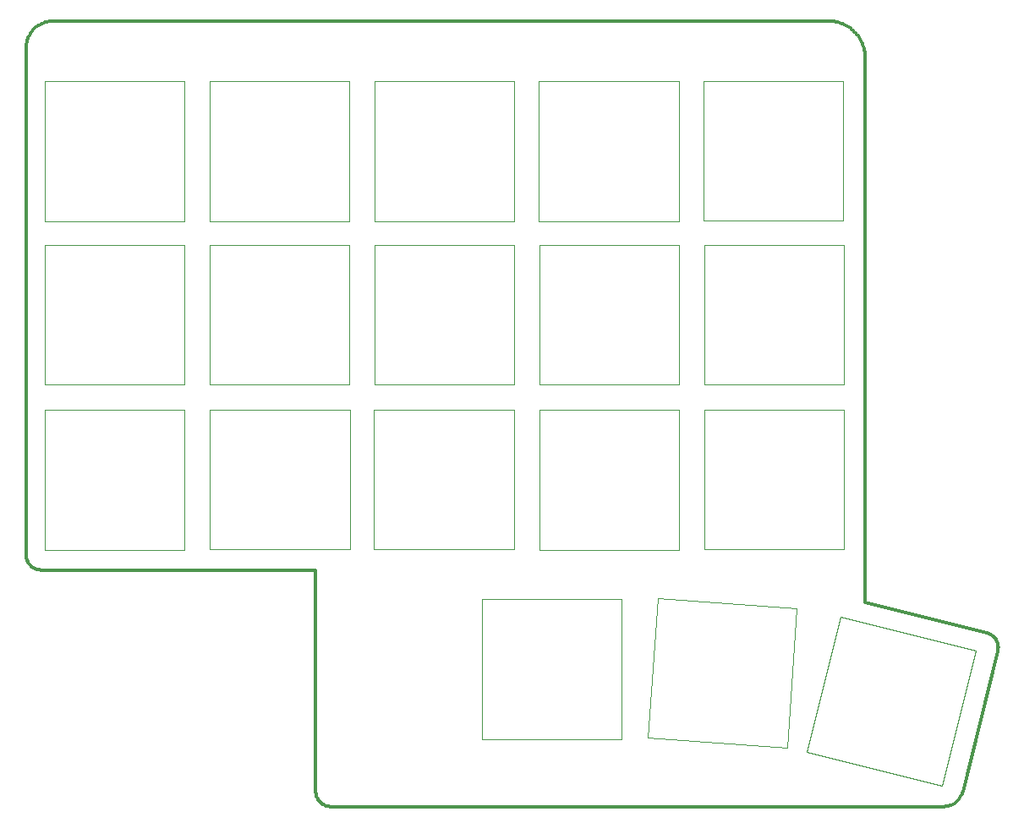
<source format=gbo>
%TF.GenerationSoftware,KiCad,Pcbnew,(6.0.6)*%
%TF.CreationDate,2022-09-02T08:17:43+09:00*%
%TF.ProjectId,split-mini-top-plate,73706c69-742d-46d6-996e-692d746f702d,rev?*%
%TF.SameCoordinates,Original*%
%TF.FileFunction,Legend,Bot*%
%TF.FilePolarity,Positive*%
%FSLAX46Y46*%
G04 Gerber Fmt 4.6, Leading zero omitted, Abs format (unit mm)*
G04 Created by KiCad (PCBNEW (6.0.6)) date 2022-09-02 08:17:43*
%MOMM*%
%LPD*%
G01*
G04 APERTURE LIST*
%TA.AperFunction,Profile*%
%ADD10C,0.349999*%
%TD*%
%TA.AperFunction,Profile*%
%ADD11C,0.120000*%
%TD*%
%ADD12C,0.350000*%
%ADD13C,2.200000*%
G04 APERTURE END LIST*
D10*
X96315577Y-17209187D02*
X96150337Y-17145423D01*
X97493515Y-17996216D02*
X97493515Y-17996216D01*
X14561218Y-19625755D02*
X14561218Y-70426453D01*
X44839713Y-95620014D02*
X44912961Y-95629112D01*
X44110580Y-95296756D02*
X44168808Y-95342117D01*
X110830040Y-78255420D02*
X110755615Y-78234853D01*
X14592199Y-19216273D02*
X14575100Y-19350838D01*
X94926117Y-16932858D02*
X94926117Y-16932858D01*
X43626056Y-94572707D02*
X43649054Y-94642214D01*
X98517185Y-20027407D02*
X98486565Y-19851925D01*
X45061218Y-95636452D02*
X45061218Y-95636452D01*
X111107928Y-78371361D02*
X111041565Y-78337553D01*
X15839713Y-71910015D02*
X15912961Y-71919113D01*
X111891750Y-79752469D02*
X111893054Y-79678002D01*
X16975085Y-16950732D02*
X16840521Y-16967837D01*
X16084293Y-17202035D02*
X15968358Y-17261419D01*
X44767215Y-95607364D02*
X44839713Y-95620014D01*
X43774010Y-94906590D02*
X43813236Y-94968655D01*
X95637763Y-17003241D02*
X95462280Y-16972628D01*
X15175199Y-17915400D02*
X15095378Y-18016978D01*
X111875057Y-79458125D02*
X111861984Y-79386388D01*
X14774010Y-71196590D02*
X14813236Y-71258655D01*
X14606457Y-70792079D02*
X14626056Y-70862706D01*
X15555456Y-71838618D02*
X15624964Y-71861616D01*
X44291081Y-95423661D02*
X44354881Y-95459743D01*
X111776153Y-79110262D02*
X111746653Y-79044507D01*
X111507393Y-78686304D02*
X111457780Y-78633724D01*
X108316808Y-94209137D02*
X108339218Y-94126755D01*
X44420292Y-95492630D02*
X44487191Y-95522272D01*
X15855760Y-17326166D02*
X15746668Y-17396109D01*
X43855554Y-95028863D02*
X43900914Y-95087091D01*
X96940510Y-17542809D02*
X96790276Y-17447865D01*
X107871687Y-94994278D02*
X107977185Y-94870000D01*
X14564717Y-19487389D02*
X14561218Y-19625755D01*
X17250000Y-16936836D02*
X17111634Y-16940342D01*
X15110580Y-71586757D02*
X15168808Y-71632118D01*
X106825126Y-95592214D02*
X106905783Y-95573145D01*
X14561218Y-19625755D02*
X14561218Y-19625755D01*
X96477511Y-17280931D02*
X96315577Y-17209187D01*
X98556976Y-75193375D02*
X98556976Y-75193375D01*
X44000557Y-95197114D02*
X44054455Y-95248405D01*
X15054455Y-71538406D02*
X15110580Y-71586757D01*
X107756725Y-95109209D02*
X107871687Y-94994278D01*
X98400031Y-19507603D02*
X98344363Y-19339358D01*
X44986837Y-95634609D02*
X45061218Y-95636452D01*
X111293622Y-78490475D02*
X111234026Y-78447936D01*
X15348737Y-17724451D02*
X15259708Y-17817835D01*
X97844510Y-18403468D02*
X97734710Y-18262527D01*
X43606457Y-94502080D02*
X43626056Y-94572707D01*
X43561218Y-94136452D02*
X43561218Y-94136452D01*
X14900914Y-71377091D02*
X14949266Y-71433216D01*
X97086248Y-17645239D02*
X96940510Y-17542809D01*
X111350826Y-78535695D02*
X111293622Y-78490475D01*
X43590307Y-94430456D02*
X43606457Y-94502080D01*
X44168808Y-95342117D02*
X44229016Y-95384435D01*
X94926117Y-16932858D02*
X17250000Y-16936836D01*
X15986837Y-71924610D02*
X16061218Y-71926453D01*
X97363049Y-17872066D02*
X97227194Y-17755032D01*
X111405568Y-78583483D02*
X111350826Y-78535695D01*
X95284979Y-16950611D02*
X95106159Y-16937313D01*
X97946946Y-18549202D02*
X97844510Y-18403468D01*
X98552514Y-20383524D02*
X98539209Y-20204706D01*
X97493515Y-17996216D02*
X97363049Y-17872066D01*
X14575100Y-19350838D02*
X14564717Y-19487389D01*
X98556976Y-20563565D02*
X98552514Y-20383524D01*
X14826358Y-18460034D02*
X14772513Y-18579140D01*
X111884639Y-79530716D02*
X111875057Y-79458125D01*
X43813236Y-94968655D02*
X43855554Y-95028863D01*
X98539209Y-20204706D02*
X98517185Y-20027407D01*
X15539677Y-17550904D02*
X15442116Y-17635418D01*
X111746653Y-79044507D02*
X111714074Y-78980292D01*
X43675399Y-94710479D02*
X43705041Y-94777379D01*
X107361763Y-95392678D02*
X107501091Y-95308934D01*
X44000557Y-95197114D02*
X44000557Y-95197114D01*
X14590307Y-70720455D02*
X14606457Y-70792079D01*
X108339218Y-94126755D02*
X111848190Y-80053162D01*
X108291110Y-94289903D02*
X108316808Y-94209137D01*
X14675399Y-71000479D02*
X14705041Y-71067379D01*
X108195119Y-94521852D02*
X108230181Y-94446326D01*
X14724371Y-18701245D02*
X14682099Y-18826179D01*
X111886680Y-79827333D02*
X111891750Y-79752469D01*
X14682099Y-18826179D02*
X14645867Y-18953775D01*
X15641251Y-17471078D02*
X15539677Y-17550904D01*
X98556976Y-75193375D02*
X98556976Y-20563565D01*
X98447473Y-19678557D02*
X98400031Y-19507603D01*
X15624964Y-71861616D02*
X15695591Y-71881215D01*
X14626056Y-70862706D02*
X14649054Y-70932214D01*
X111598549Y-78798025D02*
X111554339Y-78741109D01*
X106905783Y-95573145D02*
X107063437Y-95525308D01*
X111554339Y-78741109D02*
X111507393Y-78686304D01*
X44624964Y-95571615D02*
X44695591Y-95591214D01*
X15020415Y-18122399D02*
X14950478Y-18231494D01*
X97227194Y-17755032D02*
X97086248Y-17645239D01*
X15000557Y-71487115D02*
X15054455Y-71538406D01*
X110755615Y-78234853D02*
X98556976Y-75193375D01*
X14615844Y-19083863D02*
X14592199Y-19216273D01*
X110973084Y-78306884D02*
X110902552Y-78279468D01*
X111457780Y-78633724D02*
X111405568Y-78583483D01*
X107977185Y-94870000D02*
X108072547Y-94736899D01*
X107632969Y-95214269D02*
X107756725Y-95109209D01*
X43568558Y-94284710D02*
X43577657Y-94357958D01*
X98208842Y-19012189D02*
X98129235Y-18853861D01*
X111877776Y-79902479D02*
X111886680Y-79827333D01*
X108262206Y-94368988D02*
X108291110Y-94289903D01*
X16325499Y-17100036D02*
X16203397Y-17148184D01*
X15000557Y-71487115D02*
X15000557Y-71487115D01*
X43949266Y-95143215D02*
X44000557Y-95197114D01*
X98556976Y-20563565D02*
X98556976Y-20563565D01*
X96150337Y-17145423D02*
X95982090Y-17089762D01*
X111861984Y-79386388D02*
X111845488Y-79315619D01*
X15229016Y-71674436D02*
X15291081Y-71713662D01*
X98344363Y-19339358D02*
X98280592Y-19174121D01*
X108230181Y-94446326D02*
X108262206Y-94368988D01*
X14737928Y-71132790D02*
X14774010Y-71196590D01*
X108339218Y-94126755D02*
X108339218Y-94126755D01*
X15487191Y-71812273D02*
X15555456Y-71838618D01*
X106406906Y-95636452D02*
X106492262Y-95634638D01*
X111890660Y-79604046D02*
X111884639Y-79530716D01*
X44912961Y-95629112D02*
X44986837Y-95634609D01*
X98280592Y-19174121D02*
X98208842Y-19012189D01*
X16450431Y-17057758D02*
X16325499Y-17100036D01*
X106743362Y-95607964D02*
X106825126Y-95592214D01*
X16061218Y-71926453D02*
X16061218Y-71926453D01*
X44054455Y-95248405D02*
X44110580Y-95296756D01*
X14568558Y-70574710D02*
X14577657Y-70647958D01*
X44229016Y-95384435D02*
X44291081Y-95423661D01*
X108157103Y-94595499D02*
X108195119Y-94521852D01*
X16840521Y-16967837D02*
X16708111Y-16991490D01*
X98486565Y-19851925D02*
X98447473Y-19678557D01*
X14649054Y-70932214D02*
X14675399Y-71000479D01*
X43705041Y-94777379D02*
X43737928Y-94842790D01*
X111893054Y-79678002D02*
X111890660Y-79604046D01*
X14561218Y-70426453D02*
X14563062Y-70500834D01*
X108072547Y-94736899D02*
X108157103Y-94595499D01*
X15695591Y-71881215D02*
X15767215Y-71897365D01*
X44555456Y-95548617D02*
X44624964Y-95571615D01*
X107215654Y-95464977D02*
X107361763Y-95392678D01*
X96790276Y-17447865D02*
X96635844Y-17360532D01*
X15354881Y-71749744D02*
X15420292Y-71782631D01*
X43561218Y-94136452D02*
X43563062Y-94210834D01*
X43649054Y-94642214D02*
X43675399Y-94710479D01*
X15291081Y-71713662D02*
X15354881Y-71749744D01*
X45061218Y-95636452D02*
X106406906Y-95636452D01*
X111639954Y-78856937D02*
X111598549Y-78798025D01*
X97734710Y-18262527D02*
X97617671Y-18126677D01*
X95982090Y-17089762D02*
X95811133Y-17042326D01*
X111848190Y-80053162D02*
X111864969Y-79977794D01*
X17111634Y-16940342D02*
X16975085Y-16950732D01*
X43737928Y-94842790D02*
X43774010Y-94906590D01*
X111802504Y-79177441D02*
X111776153Y-79110262D01*
X95462280Y-16972628D02*
X95284979Y-16950611D01*
X111714074Y-78980292D02*
X111678485Y-78917731D01*
X110755615Y-78234853D02*
X110755615Y-78234853D01*
X111825639Y-79245932D02*
X111802504Y-79177441D01*
X15968358Y-17261419D02*
X15855760Y-17326166D01*
X43577657Y-94357958D02*
X43590307Y-94430456D01*
X95811133Y-17042326D02*
X95637763Y-17003241D01*
X106660574Y-95620328D02*
X106743362Y-95607964D01*
X14855554Y-71318864D02*
X14900914Y-71377091D01*
X14772513Y-18579140D02*
X14724371Y-18701245D01*
X15912961Y-71919113D02*
X15986837Y-71924610D01*
X16203397Y-17148184D02*
X16084293Y-17202035D01*
X111172105Y-78408193D02*
X111107928Y-78371361D01*
X15095378Y-18016978D02*
X15020415Y-18122399D01*
X111848190Y-80053162D02*
X111848190Y-80053162D01*
X111864969Y-79977794D02*
X111877776Y-79902479D01*
X106492262Y-95634638D02*
X106576846Y-95629242D01*
X16061218Y-71926453D02*
X43561218Y-71926453D01*
X14949266Y-71433216D02*
X15000557Y-71487115D01*
X15259708Y-17817835D02*
X15175199Y-17915400D01*
X14813236Y-71258655D02*
X14855554Y-71318864D01*
X107501091Y-95308934D02*
X107632969Y-95214269D01*
X95106159Y-16937313D02*
X94926117Y-16932858D01*
X15767215Y-71897365D02*
X15839713Y-71910015D01*
X107063437Y-95525308D02*
X107215654Y-95464977D01*
X43561218Y-71926453D02*
X43561218Y-94136452D01*
X106576846Y-95629242D02*
X106660574Y-95620328D01*
X16578025Y-17021519D02*
X16450431Y-17057758D01*
X44487191Y-95522272D02*
X44555456Y-95548617D01*
X43900914Y-95087091D02*
X43949266Y-95143215D01*
X14950478Y-18231494D02*
X14885736Y-18344096D01*
X14577657Y-70647958D02*
X14590307Y-70720455D01*
X106406906Y-95636452D02*
X106406906Y-95636452D01*
X15168808Y-71632118D02*
X15229016Y-71674436D01*
X14561218Y-70426453D02*
X14561218Y-70426453D01*
X44354881Y-95459743D02*
X44420292Y-95492630D01*
X14645867Y-18953775D02*
X14615844Y-19083863D01*
X14563062Y-70500834D02*
X14568558Y-70574710D01*
X43561218Y-71926453D02*
X43561218Y-71926453D01*
X111234026Y-78447936D02*
X111172105Y-78408193D01*
X111041565Y-78337553D02*
X110973084Y-78306884D01*
X98041895Y-18699432D02*
X97946946Y-18549202D01*
X44695591Y-95591214D02*
X44767215Y-95607364D01*
X111678485Y-78917731D02*
X111639954Y-78856937D01*
X96635844Y-17360532D02*
X96477511Y-17280931D01*
X111845488Y-79315619D02*
X111825639Y-79245932D01*
X43563062Y-94210834D02*
X43568558Y-94284710D01*
X15420292Y-71782631D02*
X15487191Y-71812273D01*
X16708111Y-16991490D02*
X16578025Y-17021519D01*
X14885736Y-18344096D02*
X14826358Y-18460034D01*
X97617671Y-18126677D02*
X97493515Y-17996216D01*
X15746668Y-17396109D02*
X15641251Y-17471078D01*
X110902552Y-78279468D02*
X110830040Y-78255420D01*
X98129235Y-18853861D02*
X98041895Y-18699432D01*
X15442116Y-17635418D02*
X15348737Y-17724451D01*
X14705041Y-71067379D02*
X14737928Y-71132790D01*
D11*
%TO.C,SW6*%
X16430000Y-39360000D02*
X16430000Y-53360000D01*
X16430000Y-53360000D02*
X30430000Y-53360000D01*
X30430000Y-39360000D02*
X16430000Y-39360000D01*
X30430000Y-53360000D02*
X30430000Y-39360000D01*
%TO.C,SW11*%
X30420000Y-69920000D02*
X30420000Y-55920000D01*
X16420000Y-55920000D02*
X16420000Y-69920000D01*
X16420000Y-69920000D02*
X30420000Y-69920000D01*
X30420000Y-55920000D02*
X16420000Y-55920000D01*
%TO.C,SW9*%
X65960000Y-53370000D02*
X79960000Y-53370000D01*
X79960000Y-39370000D02*
X65960000Y-39370000D01*
X65960000Y-39370000D02*
X65960000Y-53370000D01*
X79960000Y-53370000D02*
X79960000Y-39370000D01*
%TO.C,SW3*%
X63410000Y-22970000D02*
X49410000Y-22970000D01*
X49410000Y-22970000D02*
X49410000Y-36970000D01*
X49410000Y-36970000D02*
X63410000Y-36970000D01*
X63410000Y-36970000D02*
X63410000Y-22970000D01*
%TO.C,SW5*%
X96390000Y-22950000D02*
X82390000Y-22950000D01*
X82390000Y-22950000D02*
X82390000Y-36950000D01*
X96390000Y-36950000D02*
X96390000Y-22950000D01*
X82390000Y-36950000D02*
X96390000Y-36950000D01*
%TO.C,SW15*%
X96470000Y-55880000D02*
X82470000Y-55880000D01*
X96470000Y-69880000D02*
X96470000Y-55880000D01*
X82470000Y-55880000D02*
X82470000Y-69880000D01*
X82470000Y-69880000D02*
X96470000Y-69880000D01*
%TO.C,SW7*%
X46930000Y-53370000D02*
X46930000Y-39370000D01*
X32930000Y-39370000D02*
X32930000Y-53370000D01*
X32930000Y-53370000D02*
X46930000Y-53370000D01*
X46930000Y-39370000D02*
X32930000Y-39370000D01*
%TO.C,SW16*%
X74170000Y-74880000D02*
X60170000Y-74880000D01*
X60170000Y-74880000D02*
X60170000Y-88880000D01*
X74170000Y-88880000D02*
X74170000Y-74880000D01*
X60170000Y-88880000D02*
X74170000Y-88880000D01*
%TO.C,SW18*%
X106288617Y-93585523D02*
X109675523Y-80001383D01*
X109675523Y-80001383D02*
X96091383Y-76614477D01*
X92704477Y-90198617D02*
X106288617Y-93585523D01*
X96091383Y-76614477D02*
X92704477Y-90198617D01*
%TO.C,SW8*%
X63430000Y-39360000D02*
X49430000Y-39360000D01*
X63430000Y-53360000D02*
X63430000Y-39360000D01*
X49430000Y-53360000D02*
X63430000Y-53360000D01*
X49430000Y-39360000D02*
X49430000Y-53360000D01*
%TO.C,SW17*%
X90764653Y-89711244D02*
X91741244Y-75745347D01*
X77775347Y-74768756D02*
X76798756Y-88734653D01*
X91741244Y-75745347D02*
X77775347Y-74768756D01*
X76798756Y-88734653D02*
X90764653Y-89711244D01*
%TO.C,SW10*%
X82460000Y-39380000D02*
X82460000Y-53380000D01*
X96460000Y-53380000D02*
X96460000Y-39380000D01*
X96460000Y-39380000D02*
X82460000Y-39380000D01*
X82460000Y-53380000D02*
X96460000Y-53380000D01*
%TO.C,SW2*%
X46900000Y-36960000D02*
X46900000Y-22960000D01*
X32900000Y-22960000D02*
X32900000Y-36960000D01*
X46900000Y-22960000D02*
X32900000Y-22960000D01*
X32900000Y-36960000D02*
X46900000Y-36960000D01*
%TO.C,SW13*%
X49400000Y-55860000D02*
X49400000Y-69860000D01*
X63400000Y-55860000D02*
X49400000Y-55860000D01*
X63400000Y-69860000D02*
X63400000Y-55860000D01*
X49400000Y-69860000D02*
X63400000Y-69860000D01*
%TO.C,SW12*%
X46970000Y-69890000D02*
X46970000Y-55890000D01*
X32970000Y-69890000D02*
X46970000Y-69890000D01*
X46970000Y-55890000D02*
X32970000Y-55890000D01*
X32970000Y-55890000D02*
X32970000Y-69890000D01*
%TO.C,SW14*%
X65950000Y-69910000D02*
X79950000Y-69910000D01*
X79950000Y-69910000D02*
X79950000Y-55910000D01*
X65950000Y-55910000D02*
X65950000Y-69910000D01*
X79950000Y-55910000D02*
X65950000Y-55910000D01*
%TO.C,SW1*%
X16420000Y-22980000D02*
X16420000Y-36980000D01*
X16420000Y-36980000D02*
X30420000Y-36980000D01*
X30420000Y-36980000D02*
X30420000Y-22980000D01*
X30420000Y-22980000D02*
X16420000Y-22980000D01*
%TO.C,SW4*%
X79890000Y-22980000D02*
X65890000Y-22980000D01*
X65890000Y-22980000D02*
X65890000Y-36980000D01*
X65890000Y-36980000D02*
X79890000Y-36980000D01*
X79890000Y-36980000D02*
X79890000Y-22980000D01*
%TD*%
D12*
X48460000Y-74800000D03*
X23570000Y-19920000D03*
X94740000Y-73210000D03*
X89550000Y-19930000D03*
%LPC*%
D13*
%TO.C,Ref3*%
X48460000Y-74800000D03*
%TD*%
%TO.C,Ref1*%
X23570000Y-19920000D03*
%TD*%
%TO.C,Ref4*%
X94740000Y-73210000D03*
%TD*%
%TO.C,Ref2*%
X89550000Y-19930000D03*
%TD*%
M02*

</source>
